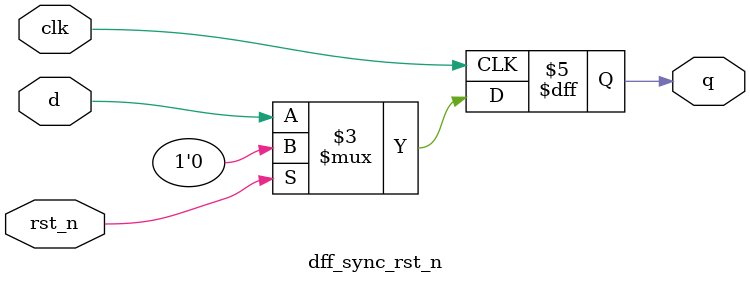
<source format=v>
module dff_sync_rst_n
(
	input clk,
	input rst_n,
   input d,
   output reg q
);

  always @(negedge clk) 
		if (rst_n)
			q <= 0;
		else
			q <= d;
endmodule

</source>
